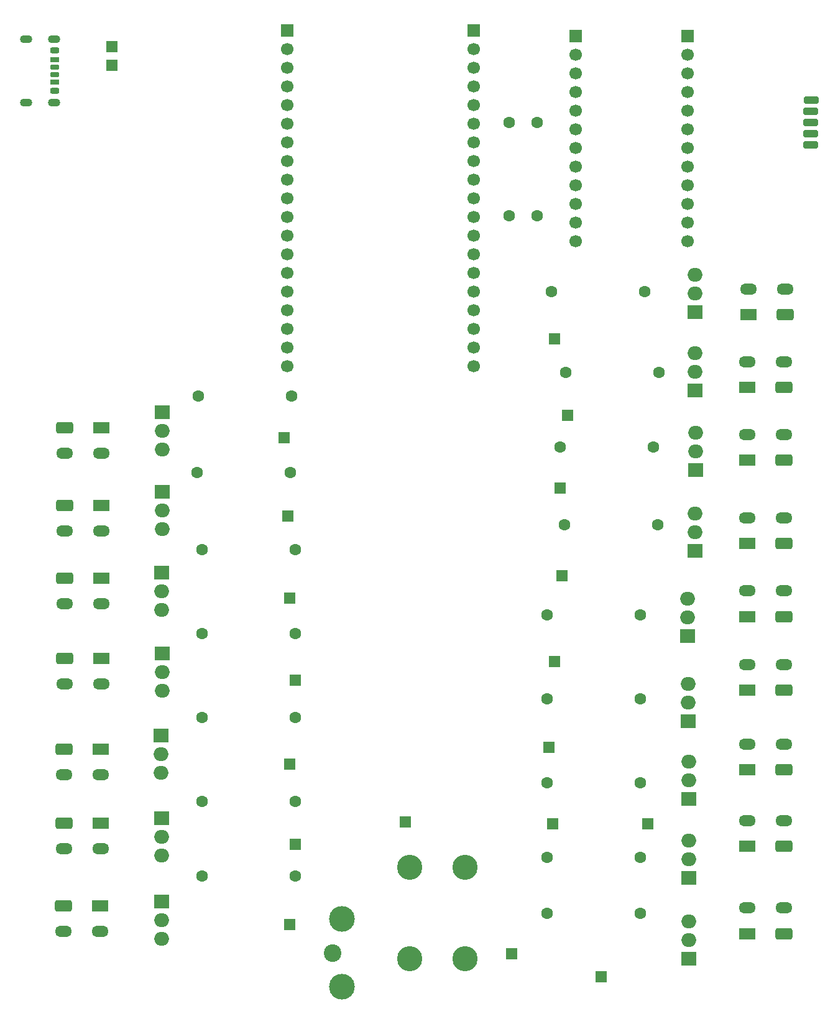
<source format=gbr>
%TF.GenerationSoftware,KiCad,Pcbnew,9.0.2*%
%TF.CreationDate,2025-06-09T13:52:28+08:00*%
%TF.ProjectId,WLED32Hub,574c4544-3332-4487-9562-2e6b69636164,rev?*%
%TF.SameCoordinates,Original*%
%TF.FileFunction,Soldermask,Top*%
%TF.FilePolarity,Negative*%
%FSLAX46Y46*%
G04 Gerber Fmt 4.6, Leading zero omitted, Abs format (unit mm)*
G04 Created by KiCad (PCBNEW 9.0.2) date 2025-06-09 13:52:28*
%MOMM*%
%LPD*%
G01*
G04 APERTURE LIST*
G04 Aperture macros list*
%AMRoundRect*
0 Rectangle with rounded corners*
0 $1 Rounding radius*
0 $2 $3 $4 $5 $6 $7 $8 $9 X,Y pos of 4 corners*
0 Add a 4 corners polygon primitive as box body*
4,1,4,$2,$3,$4,$5,$6,$7,$8,$9,$2,$3,0*
0 Add four circle primitives for the rounded corners*
1,1,$1+$1,$2,$3*
1,1,$1+$1,$4,$5*
1,1,$1+$1,$6,$7*
1,1,$1+$1,$8,$9*
0 Add four rect primitives between the rounded corners*
20,1,$1+$1,$2,$3,$4,$5,0*
20,1,$1+$1,$4,$5,$6,$7,0*
20,1,$1+$1,$6,$7,$8,$9,0*
20,1,$1+$1,$8,$9,$2,$3,0*%
G04 Aperture macros list end*
%ADD10R,1.700000X1.700000*%
%ADD11C,1.700000*%
%ADD12RoundRect,0.250000X-0.750000X0.250000X-0.750000X-0.250000X0.750000X-0.250000X0.750000X0.250000X0*%
%ADD13R,1.500000X1.500000*%
%ADD14R,2.000000X1.905000*%
%ADD15O,2.000000X1.905000*%
%ADD16R,2.300000X1.500000*%
%ADD17RoundRect,0.250001X0.899999X-0.499999X0.899999X0.499999X-0.899999X0.499999X-0.899999X-0.499999X0*%
%ADD18O,2.300000X1.500000*%
%ADD19RoundRect,0.250001X-0.899999X0.499999X-0.899999X-0.499999X0.899999X-0.499999X0.899999X0.499999X0*%
%ADD20C,1.600000*%
%ADD21RoundRect,0.175000X-0.425000X0.175000X-0.425000X-0.175000X0.425000X-0.175000X0.425000X0.175000X0*%
%ADD22RoundRect,0.190000X0.410000X-0.190000X0.410000X0.190000X-0.410000X0.190000X-0.410000X-0.190000X0*%
%ADD23RoundRect,0.200000X0.400000X-0.200000X0.400000X0.200000X-0.400000X0.200000X-0.400000X-0.200000X0*%
%ADD24RoundRect,0.175000X0.425000X-0.175000X0.425000X0.175000X-0.425000X0.175000X-0.425000X-0.175000X0*%
%ADD25RoundRect,0.190000X-0.410000X0.190000X-0.410000X-0.190000X0.410000X-0.190000X0.410000X0.190000X0*%
%ADD26RoundRect,0.200000X-0.400000X0.200000X-0.400000X-0.200000X0.400000X-0.200000X0.400000X0.200000X0*%
%ADD27O,1.700000X1.100000*%
%ADD28C,2.400000*%
%ADD29C,3.500000*%
%ADD30C,3.420000*%
G04 APERTURE END LIST*
D10*
%TO.C,U1*%
X122100000Y-38480000D03*
D11*
X122100000Y-41020000D03*
X122100000Y-43560000D03*
X122100000Y-46100000D03*
X122100000Y-48640000D03*
X122100000Y-51180000D03*
X122100000Y-53720000D03*
X122100000Y-56260000D03*
X122100000Y-58800000D03*
X122100000Y-61340000D03*
X122100000Y-63880000D03*
X122100000Y-66420000D03*
X122100000Y-68960000D03*
X122100000Y-71500000D03*
X122100000Y-74040000D03*
X122100000Y-76580000D03*
X122100000Y-79120000D03*
X122100000Y-81660000D03*
X122100000Y-84200000D03*
X147500000Y-84200000D03*
X147500000Y-81660000D03*
X147500000Y-79120000D03*
X147500000Y-76580000D03*
X147500000Y-74040000D03*
X147500000Y-71500000D03*
X147500000Y-68960000D03*
X147500000Y-66420000D03*
X147500000Y-63880000D03*
X147500000Y-61340000D03*
X147500000Y-58800000D03*
X147500000Y-56260000D03*
X147500000Y-53720000D03*
X147500000Y-51180000D03*
X147500000Y-48640000D03*
X147500000Y-46100000D03*
X147500000Y-43560000D03*
X147500000Y-41020000D03*
D10*
X147500000Y-38480000D03*
%TD*%
D12*
%TO.C,J19*%
X193461000Y-48006000D03*
X193421000Y-49530000D03*
X193421000Y-51054000D03*
X193421000Y-52578000D03*
X193421000Y-54102000D03*
%TD*%
D13*
%TO.C,L16*%
X123190000Y-149352000D03*
%TD*%
%TO.C,L15*%
X122428000Y-160274000D03*
%TD*%
%TO.C,L14*%
X122428000Y-115824000D03*
%TD*%
%TO.C,L13*%
X123190000Y-127000000D03*
%TD*%
%TO.C,L12*%
X122428000Y-138430000D03*
%TD*%
%TO.C,L11*%
X164846000Y-167386000D03*
%TD*%
%TO.C,L10*%
X171196000Y-146558000D03*
%TD*%
%TO.C,L9*%
X158242000Y-146558000D03*
%TD*%
%TO.C,L8*%
X157734000Y-136144000D03*
%TD*%
%TO.C,L7*%
X158496000Y-124460000D03*
%TD*%
%TO.C,L6*%
X160274000Y-90932000D03*
%TD*%
%TO.C,L5*%
X122174000Y-104648000D03*
%TD*%
%TO.C,L4*%
X121666000Y-93980000D03*
%TD*%
%TO.C,L3*%
X159512000Y-112776000D03*
%TD*%
%TO.C,L2*%
X159258000Y-100838000D03*
%TD*%
%TO.C,L1*%
X158496000Y-80518000D03*
%TD*%
D14*
%TO.C,Q6*%
X177673000Y-87503000D03*
D15*
X177673000Y-84963000D03*
X177673000Y-82423000D03*
%TD*%
D16*
%TO.C,J3*%
X184912000Y-77216000D03*
D17*
X189912000Y-77216000D03*
D18*
X184912000Y-73716000D03*
X189912000Y-73716000D03*
%TD*%
D14*
%TO.C,Q9*%
X176784000Y-143129000D03*
D15*
X176784000Y-140589000D03*
X176784000Y-138049000D03*
%TD*%
D16*
%TO.C,J18*%
X96704500Y-146399000D03*
D19*
X91704500Y-146399000D03*
D18*
X96704500Y-149899000D03*
X91704500Y-149899000D03*
%TD*%
D20*
%TO.C,R5*%
X159893000Y-105791000D03*
X172593000Y-105791000D03*
%TD*%
D10*
%TO.C,U2*%
X161417000Y-39243000D03*
D11*
X161417000Y-41783000D03*
X161417000Y-44323000D03*
X161417000Y-46863000D03*
X161417000Y-49403000D03*
X161417000Y-51943000D03*
X161417000Y-54483000D03*
X161417000Y-57023000D03*
X161417000Y-59563000D03*
X161417000Y-62103000D03*
X161417000Y-64643000D03*
X161417000Y-67183000D03*
X176657000Y-67183000D03*
X176657000Y-64643000D03*
X176657000Y-62103000D03*
X176657000Y-59563000D03*
X176657000Y-57023000D03*
X176657000Y-54483000D03*
X176657000Y-51943000D03*
X176657000Y-49403000D03*
X176657000Y-46863000D03*
X176657000Y-44323000D03*
X176657000Y-41783000D03*
D10*
X176657000Y-39243000D03*
%TD*%
D20*
%TO.C,R14*%
X123190000Y-132080000D03*
X110490000Y-132080000D03*
%TD*%
D16*
%TO.C,J15*%
X96774000Y-124008000D03*
D19*
X91774000Y-124008000D03*
D18*
X96774000Y-127508000D03*
X91774000Y-127508000D03*
%TD*%
D14*
%TO.C,Q13*%
X105076000Y-123308000D03*
D15*
X105076000Y-125848000D03*
X105076000Y-128388000D03*
%TD*%
D14*
%TO.C,Q5*%
X105109000Y-101308000D03*
D15*
X105109000Y-103848000D03*
X105109000Y-106388000D03*
%TD*%
D13*
%TO.C,TP1*%
X98220000Y-43226000D03*
%TD*%
D14*
%TO.C,Q3*%
X177673000Y-109376000D03*
D15*
X177673000Y-106836000D03*
X177673000Y-104296000D03*
%TD*%
D16*
%TO.C,J6*%
X96774000Y-92583000D03*
D19*
X91774000Y-92583000D03*
D18*
X96774000Y-96083000D03*
X91774000Y-96083000D03*
%TD*%
D16*
%TO.C,J9*%
X184738000Y-118308000D03*
D17*
X189738000Y-118308000D03*
D18*
X184738000Y-114808000D03*
X189738000Y-114808000D03*
%TD*%
D20*
%TO.C,R6*%
X122682000Y-88265000D03*
X109982000Y-88265000D03*
%TD*%
D16*
%TO.C,J17*%
X96647000Y-157663000D03*
D19*
X91647000Y-157663000D03*
D18*
X96647000Y-161163000D03*
X91647000Y-161163000D03*
%TD*%
D16*
%TO.C,J16*%
X96821000Y-113086000D03*
D19*
X91821000Y-113086000D03*
D18*
X96821000Y-116586000D03*
X91821000Y-116586000D03*
%TD*%
D20*
%TO.C,R10*%
X157480000Y-129540000D03*
X170180000Y-129540000D03*
%TD*%
%TO.C,R11*%
X157480000Y-140970000D03*
X170180000Y-140970000D03*
%TD*%
D21*
%TO.C,J1*%
X90456000Y-43486000D03*
D22*
X90456000Y-45506000D03*
D23*
X90456000Y-46736000D03*
D24*
X90456000Y-44486000D03*
D25*
X90456000Y-42466000D03*
D26*
X90456000Y-41236000D03*
D27*
X90376000Y-39666000D03*
X86576000Y-39666000D03*
X90376000Y-48306000D03*
X86576000Y-48306000D03*
%TD*%
D14*
%TO.C,Q1*%
X177673000Y-76835000D03*
D15*
X177673000Y-74295000D03*
X177673000Y-71755000D03*
%TD*%
D16*
%TO.C,J11*%
X184785000Y-139192000D03*
D17*
X189785000Y-139192000D03*
D18*
X184785000Y-135692000D03*
X189785000Y-135692000D03*
%TD*%
D20*
%TO.C,R8*%
X160020000Y-85090000D03*
X172720000Y-85090000D03*
%TD*%
D14*
%TO.C,Q15*%
X105029000Y-157099000D03*
D15*
X105029000Y-159639000D03*
X105029000Y-162179000D03*
%TD*%
D28*
%TO.C,F1*%
X128340000Y-164112000D03*
D29*
X129540000Y-159512000D03*
X129540000Y-168712000D03*
%TD*%
D16*
%TO.C,J5*%
X184738000Y-108331000D03*
D17*
X189738000Y-108331000D03*
D18*
X184738000Y-104831000D03*
X189738000Y-104831000D03*
%TD*%
D14*
%TO.C,Q14*%
X105018500Y-112300000D03*
D15*
X105018500Y-114840000D03*
X105018500Y-117380000D03*
%TD*%
D20*
%TO.C,R7*%
X122555000Y-98679000D03*
X109855000Y-98679000D03*
%TD*%
%TO.C,R15*%
X123190000Y-143510000D03*
X110490000Y-143510000D03*
%TD*%
D14*
%TO.C,Q16*%
X105029000Y-145796000D03*
D15*
X105029000Y-148336000D03*
X105029000Y-150876000D03*
%TD*%
D16*
%TO.C,J7*%
X96774000Y-103133000D03*
D19*
X91774000Y-103133000D03*
D18*
X96774000Y-106633000D03*
X91774000Y-106633000D03*
%TD*%
D14*
%TO.C,Q10*%
X176784000Y-153924000D03*
D15*
X176784000Y-151384000D03*
X176784000Y-148844000D03*
%TD*%
D16*
%TO.C,J8*%
X184785000Y-87122000D03*
D17*
X189785000Y-87122000D03*
D18*
X184785000Y-83622000D03*
X189785000Y-83622000D03*
%TD*%
D20*
%TO.C,R12*%
X157480000Y-151130000D03*
X170180000Y-151130000D03*
%TD*%
D30*
%TO.C,J2*%
X146304000Y-152410000D03*
X146304000Y-164910000D03*
X138804000Y-152410000D03*
X138804000Y-164910000D03*
%TD*%
D14*
%TO.C,Q8*%
X176704000Y-132588000D03*
D15*
X176704000Y-130048000D03*
X176704000Y-127508000D03*
%TD*%
D16*
%TO.C,J12*%
X184738000Y-149606000D03*
D17*
X189738000Y-149606000D03*
D18*
X184738000Y-146106000D03*
X189738000Y-146106000D03*
%TD*%
D16*
%TO.C,J4*%
X184785000Y-97019000D03*
D17*
X189785000Y-97019000D03*
D18*
X184785000Y-93519000D03*
X189785000Y-93519000D03*
%TD*%
D14*
%TO.C,Q7*%
X176657000Y-120975000D03*
D15*
X176657000Y-118435000D03*
X176657000Y-115895000D03*
%TD*%
D14*
%TO.C,Q12*%
X104949000Y-134522000D03*
D15*
X104949000Y-137062000D03*
X104949000Y-139602000D03*
%TD*%
D20*
%TO.C,R9*%
X157480000Y-118110000D03*
X170180000Y-118110000D03*
%TD*%
D14*
%TO.C,Q11*%
X176784000Y-164935000D03*
D15*
X176784000Y-162395000D03*
X176784000Y-159855000D03*
%TD*%
D20*
%TO.C,R13*%
X157480000Y-158750000D03*
X170180000Y-158750000D03*
%TD*%
D16*
%TO.C,J14*%
X96694000Y-136327000D03*
D19*
X91694000Y-136327000D03*
D18*
X96694000Y-139827000D03*
X91694000Y-139827000D03*
%TD*%
D20*
%TO.C,R18*%
X123190000Y-153670000D03*
X110490000Y-153670000D03*
%TD*%
%TO.C,R1*%
X156193000Y-63754000D03*
X156193000Y-51054000D03*
%TD*%
D16*
%TO.C,J10*%
X184785000Y-128341000D03*
D17*
X189785000Y-128341000D03*
D18*
X184785000Y-124841000D03*
X189785000Y-124841000D03*
%TD*%
D13*
%TO.C,VLED*%
X152654000Y-164211000D03*
%TD*%
D20*
%TO.C,R2*%
X152383000Y-63754000D03*
X152383000Y-51054000D03*
%TD*%
%TO.C,R4*%
X159258000Y-95250000D03*
X171958000Y-95250000D03*
%TD*%
%TO.C,R3*%
X158115000Y-74041000D03*
X170815000Y-74041000D03*
%TD*%
D16*
%TO.C,J13*%
X184785000Y-161488000D03*
D17*
X189785000Y-161488000D03*
D18*
X184785000Y-157988000D03*
X189785000Y-157988000D03*
%TD*%
D20*
%TO.C,R16*%
X123190000Y-120650000D03*
X110490000Y-120650000D03*
%TD*%
D13*
%TO.C,TP2*%
X98220000Y-40726000D03*
%TD*%
%TO.C,GND*%
X138176000Y-146304000D03*
%TD*%
D14*
%TO.C,Q4*%
X105109000Y-90513000D03*
D15*
X105109000Y-93053000D03*
X105109000Y-95593000D03*
%TD*%
D20*
%TO.C,R17*%
X123190000Y-109220000D03*
X110490000Y-109220000D03*
%TD*%
D14*
%TO.C,Q2*%
X177720000Y-98309000D03*
D15*
X177720000Y-95769000D03*
X177720000Y-93229000D03*
%TD*%
M02*

</source>
